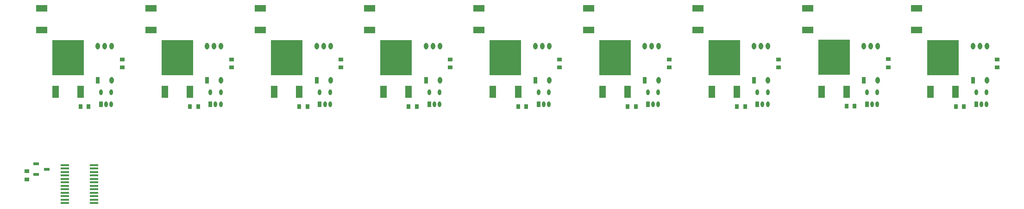
<source format=gtp>
G04*
G04 #@! TF.GenerationSoftware,Altium Limited,Altium Designer,20.0.11 (256)*
G04*
G04 Layer_Color=8421504*
%FSLAX25Y25*%
%MOIN*%
G70*
G01*
G75*
%ADD14R,0.08268X0.05000*%
%ADD15R,0.02559X0.04173*%
%ADD16O,0.02559X0.04173*%
%ADD17R,0.03543X0.02756*%
%ADD18O,0.03150X0.04724*%
%ADD19R,0.03150X0.04724*%
%ADD20R,0.02756X0.03543*%
%ADD21R,0.22835X0.25197*%
%ADD22R,0.04724X0.08661*%
%ADD23R,0.03937X0.02362*%
%ADD24R,0.06299X0.01417*%
%ADD25O,0.06299X0.01417*%
D14*
X15606Y134346D02*
D03*
Y149976D02*
D03*
X94346Y134346D02*
D03*
Y149976D02*
D03*
X173087Y134346D02*
D03*
Y149976D02*
D03*
X251827Y134346D02*
D03*
Y149976D02*
D03*
X330567Y134346D02*
D03*
Y149976D02*
D03*
X409307Y134346D02*
D03*
Y149976D02*
D03*
X488047Y134346D02*
D03*
Y149976D02*
D03*
X566949Y134496D02*
D03*
Y150126D02*
D03*
X645528Y134346D02*
D03*
Y149976D02*
D03*
D15*
X688287Y80661D02*
D03*
X609709Y80811D02*
D03*
X530807Y80661D02*
D03*
X452067D02*
D03*
X58366D02*
D03*
X137106D02*
D03*
X215846D02*
D03*
X294587D02*
D03*
X373327D02*
D03*
D16*
X695768Y89323D02*
D03*
X688287D02*
D03*
X695768Y80661D02*
D03*
X692028D02*
D03*
X65846Y89323D02*
D03*
X58366D02*
D03*
X65846Y80661D02*
D03*
X62106D02*
D03*
X144587Y89323D02*
D03*
X137106D02*
D03*
X144587Y80661D02*
D03*
X140846D02*
D03*
X223327Y89323D02*
D03*
X215846D02*
D03*
X223327Y80661D02*
D03*
X219587D02*
D03*
X302067Y89323D02*
D03*
X294587D02*
D03*
X302067Y80661D02*
D03*
X298327D02*
D03*
X380807Y89323D02*
D03*
X373327D02*
D03*
X380807Y80661D02*
D03*
X377067D02*
D03*
X459547Y89323D02*
D03*
X452067D02*
D03*
X459547Y80661D02*
D03*
X455807D02*
D03*
X538287Y89323D02*
D03*
X530807D02*
D03*
X538287Y80661D02*
D03*
X534547D02*
D03*
X617189Y89472D02*
D03*
X609709D02*
D03*
X617189Y80811D02*
D03*
X613449D02*
D03*
D17*
X703528Y107209D02*
D03*
Y113114D02*
D03*
X73606Y107209D02*
D03*
Y113114D02*
D03*
X152346Y107209D02*
D03*
Y113114D02*
D03*
X231087Y107209D02*
D03*
Y113114D02*
D03*
X309827Y107209D02*
D03*
Y113114D02*
D03*
X388567Y107209D02*
D03*
Y113114D02*
D03*
X467307Y107209D02*
D03*
Y113114D02*
D03*
X546047Y107209D02*
D03*
Y113114D02*
D03*
X624949Y107358D02*
D03*
Y113264D02*
D03*
X5063Y32268D02*
D03*
Y26362D02*
D03*
D18*
X696028Y122661D02*
D03*
X691028D02*
D03*
X686028D02*
D03*
X696028Y97858D02*
D03*
X66106Y122661D02*
D03*
X61106D02*
D03*
X56106D02*
D03*
X66106Y97858D02*
D03*
X144846Y122661D02*
D03*
X139846D02*
D03*
X134846D02*
D03*
X144846Y97858D02*
D03*
X223587Y122661D02*
D03*
X218587D02*
D03*
X213587D02*
D03*
X223587Y97858D02*
D03*
X302327Y122661D02*
D03*
X297327D02*
D03*
X292327D02*
D03*
X302327Y97858D02*
D03*
X381067Y122661D02*
D03*
X376067D02*
D03*
X371067D02*
D03*
X381067Y97858D02*
D03*
X459807Y122661D02*
D03*
X454807D02*
D03*
X449807D02*
D03*
X459807Y97858D02*
D03*
X538547Y122661D02*
D03*
X533547D02*
D03*
X528547D02*
D03*
X538547Y97858D02*
D03*
X617449Y122811D02*
D03*
X612449D02*
D03*
X607449D02*
D03*
X617449Y98008D02*
D03*
D19*
X686028Y97858D02*
D03*
X56106D02*
D03*
X134846D02*
D03*
X213587D02*
D03*
X292327D02*
D03*
X371067D02*
D03*
X449807D02*
D03*
X528547D02*
D03*
X607449Y98008D02*
D03*
D20*
X679480Y79161D02*
D03*
X673575D02*
D03*
X49559D02*
D03*
X43654D02*
D03*
X128299D02*
D03*
X122394D02*
D03*
X207039D02*
D03*
X201134D02*
D03*
X285780D02*
D03*
X279874D02*
D03*
X364520D02*
D03*
X358614D02*
D03*
X443260D02*
D03*
X437354D02*
D03*
X522000D02*
D03*
X516095D02*
D03*
X600902Y79311D02*
D03*
X594996D02*
D03*
D21*
X664528Y114429D02*
D03*
X34606D02*
D03*
X113346D02*
D03*
X192087D02*
D03*
X270827D02*
D03*
X349567D02*
D03*
X428307D02*
D03*
X507047D02*
D03*
X585949Y114579D02*
D03*
D22*
X673543Y89626D02*
D03*
X655512D02*
D03*
X43622D02*
D03*
X25591D02*
D03*
X122362D02*
D03*
X104331D02*
D03*
X201102D02*
D03*
X183071D02*
D03*
X279843D02*
D03*
X261811D02*
D03*
X358583D02*
D03*
X340551D02*
D03*
X437323D02*
D03*
X419291D02*
D03*
X516063D02*
D03*
X498032D02*
D03*
X594965Y89776D02*
D03*
X576933D02*
D03*
D23*
X11626Y37555D02*
D03*
Y30075D02*
D03*
X19500Y33815D02*
D03*
D24*
X53469Y9315D02*
D03*
D25*
Y11815D02*
D03*
Y14315D02*
D03*
Y16815D02*
D03*
Y19315D02*
D03*
Y21815D02*
D03*
Y24315D02*
D03*
Y26815D02*
D03*
Y29315D02*
D03*
Y31815D02*
D03*
Y34315D02*
D03*
Y36815D02*
D03*
X32563Y9315D02*
D03*
Y11815D02*
D03*
Y14315D02*
D03*
Y16815D02*
D03*
Y19315D02*
D03*
Y21815D02*
D03*
Y24315D02*
D03*
Y26815D02*
D03*
Y29315D02*
D03*
Y31815D02*
D03*
Y34315D02*
D03*
Y36815D02*
D03*
M02*

</source>
